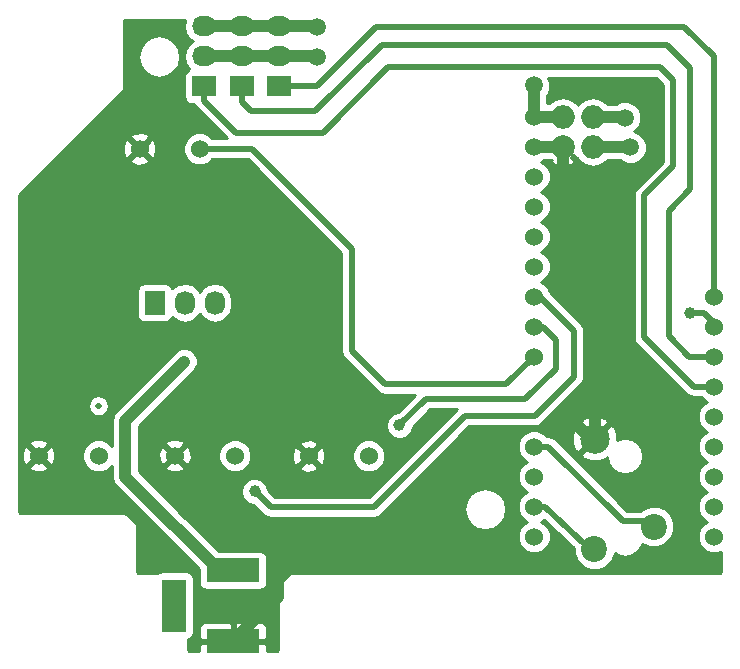
<source format=gbr>
G04 #@! TF.FileFunction,Copper,L1,Top,Signal*
%FSLAX46Y46*%
G04 Gerber Fmt 4.6, Leading zero omitted, Abs format (unit mm)*
G04 Created by KiCad (PCBNEW (after 2015-may-01 BZR unknown)-product) date 2015/07/22 23:00:10*
%MOMM*%
G01*
G04 APERTURE LIST*
%ADD10C,0.100000*%
%ADD11C,1.524000*%
%ADD12C,2.000000*%
%ADD13O,2.000000X2.000000*%
%ADD14R,2.000000X4.500000*%
%ADD15R,4.500000X2.000000*%
%ADD16R,1.727200X2.032000*%
%ADD17O,1.727200X2.032000*%
%ADD18C,2.200000*%
%ADD19C,2.500000*%
%ADD20R,2.032000X1.727200*%
%ADD21O,2.032000X1.727200*%
%ADD22C,1.000000*%
%ADD23C,1.500000*%
%ADD24C,0.500000*%
%ADD25C,1.000000*%
%ADD26C,0.254000*%
G04 APERTURE END LIST*
D10*
D11*
X140881100Y-89763600D03*
X140881100Y-92303600D03*
X140881100Y-94843600D03*
X140881100Y-97383600D03*
X140881100Y-99923600D03*
X140881100Y-102463600D03*
X140881100Y-125323600D03*
X140881100Y-122783600D03*
X140881100Y-120243600D03*
X140881100Y-117703600D03*
X140881100Y-110083600D03*
X140881100Y-107543600D03*
X140881100Y-105003600D03*
X156121100Y-105003600D03*
X156121100Y-107543600D03*
X156121100Y-110083600D03*
X156121100Y-112623600D03*
X156121100Y-115163600D03*
X156121100Y-117703600D03*
X156121100Y-120243600D03*
X156121100Y-122783600D03*
X156121100Y-125323600D03*
D12*
X143319500Y-92329000D03*
D13*
X143319500Y-89789000D03*
X145859500Y-92329000D03*
X145859500Y-89789000D03*
D14*
X110419740Y-131154320D03*
D15*
X115394740Y-134179320D03*
X115394740Y-128179320D03*
D16*
X108770420Y-105521760D03*
D17*
X111310420Y-105521760D03*
X113850420Y-105521760D03*
D18*
X151028400Y-124465080D03*
X145999200Y-126385320D03*
D19*
X146001100Y-117014100D03*
D20*
X119316500Y-87198200D03*
D21*
X119316500Y-84658200D03*
X119316500Y-82118200D03*
D20*
X116116100Y-87185500D03*
D21*
X116116100Y-84645500D03*
X116116100Y-82105500D03*
D20*
X112928400Y-87198200D03*
D21*
X112928400Y-84658200D03*
X112928400Y-82118200D03*
D11*
X98933000Y-118478300D03*
X104013000Y-118478300D03*
X110477300Y-118478300D03*
X115557300Y-118478300D03*
X121805700Y-118491000D03*
X126885700Y-118491000D03*
X107480100Y-92494100D03*
X112560100Y-92494100D03*
D22*
X143941800Y-115252500D03*
X115824000Y-123418600D03*
X105473500Y-121551700D03*
X111252000Y-110515400D03*
D23*
X140855700Y-87109300D03*
X149047200Y-92367100D03*
X122529600Y-82143600D03*
X122491500Y-84721700D03*
X148559520Y-89839800D03*
D22*
X154101800Y-106349800D03*
X117221000Y-121475500D03*
X129476500Y-115900200D03*
D24*
X103987600Y-114223800D02*
X104013000Y-114249200D01*
D25*
X146001100Y-117014100D02*
X145703400Y-117014100D01*
X145703400Y-117014100D02*
X143941800Y-115252500D01*
X115824000Y-123418600D02*
X119164100Y-126758700D01*
X119164100Y-126758700D02*
X119164100Y-127127000D01*
D24*
X143294100Y-92303600D02*
X143319500Y-92329000D01*
X121805700Y-118071900D02*
X121805700Y-118491000D01*
X146001100Y-117014100D02*
X146001100Y-117045100D01*
D25*
X146001100Y-102046400D02*
X146001100Y-117014100D01*
X143319500Y-99364800D02*
X146001100Y-102046400D01*
X143319500Y-92329000D02*
X143319500Y-99364800D01*
D24*
X98945700Y-118478300D02*
X98933000Y-118478300D01*
X121805700Y-118491000D02*
X121767600Y-118491000D01*
D25*
X119164100Y-130409960D02*
X115394740Y-134179320D01*
X119164100Y-127127000D02*
X119164100Y-130409960D01*
D24*
X110477300Y-118478300D02*
X110515400Y-118478300D01*
X110477300Y-118478300D02*
X110439200Y-118478300D01*
D25*
X106273600Y-116154200D02*
X106273600Y-120239280D01*
X106273600Y-120239280D02*
X114721640Y-128687320D01*
X106273600Y-115493800D02*
X106273600Y-116154200D01*
X111252000Y-110515400D02*
X106273600Y-115493800D01*
D24*
X143294100Y-89763600D02*
X143319500Y-89789000D01*
D25*
X140881100Y-89763600D02*
X143294100Y-89763600D01*
X140881100Y-89763600D02*
X140855700Y-87109300D01*
D24*
X142100300Y-117703600D02*
X148410800Y-124014100D01*
X148410800Y-124014100D02*
X151001100Y-124014100D01*
X140881100Y-117703600D02*
X142100300Y-117703600D01*
X141770600Y-122783600D02*
X145999200Y-126705360D01*
X140881100Y-122783600D02*
X141770600Y-122783600D01*
D25*
X140881100Y-92303600D02*
X143294100Y-92303600D01*
D24*
X122478800Y-87198200D02*
X127533400Y-82143600D01*
X127533400Y-82143600D02*
X153606500Y-82143600D01*
X153606500Y-82143600D02*
X156121100Y-84658200D01*
X156121100Y-84658200D02*
X156121100Y-105003600D01*
X119316500Y-87198200D02*
X122478800Y-87198200D01*
X156121100Y-110083600D02*
X154012900Y-110083600D01*
X116116100Y-88544400D02*
X116116100Y-87185500D01*
X152133300Y-83654900D02*
X154101800Y-85623400D01*
X127977900Y-83654900D02*
X152133300Y-83654900D01*
X122313700Y-89319100D02*
X127977900Y-83654900D01*
X116890800Y-89319100D02*
X122313700Y-89319100D01*
X116116100Y-88544400D02*
X116890800Y-89319100D01*
X154101800Y-95910400D02*
X154101800Y-85623400D01*
X152285700Y-97726500D02*
X154101800Y-95910400D01*
X152285700Y-108356400D02*
X152285700Y-97726500D01*
X154012900Y-110083600D02*
X152285700Y-108356400D01*
X156121100Y-112623600D02*
X154393900Y-112623600D01*
X112928400Y-88430100D02*
X112928400Y-87198200D01*
X151549100Y-85572600D02*
X152666700Y-86690200D01*
X128549400Y-85572600D02*
X151549100Y-85572600D01*
X123012200Y-91109800D02*
X128549400Y-85572600D01*
X115608100Y-91109800D02*
X123012200Y-91109800D01*
X112928400Y-88430100D02*
X115608100Y-91109800D01*
X152666700Y-93929200D02*
X152666700Y-86690200D01*
X150202900Y-96393000D02*
X152666700Y-93929200D01*
X150202900Y-108432600D02*
X150202900Y-96393000D01*
X154393900Y-112623600D02*
X150202900Y-108432600D01*
D25*
X112928400Y-82118200D02*
X119316500Y-82118200D01*
X149009100Y-92329000D02*
X145859500Y-92329000D01*
X149047200Y-92367100D02*
X149009100Y-92329000D01*
X122504200Y-82118200D02*
X122529600Y-82143600D01*
X119316500Y-82118200D02*
X122504200Y-82118200D01*
X145859500Y-89789000D02*
X148508720Y-89789000D01*
X122428000Y-84658200D02*
X119316500Y-84658200D01*
X122428000Y-84658200D02*
X122491500Y-84721700D01*
X148508720Y-89789000D02*
X148559520Y-89839800D01*
X112928400Y-84658200D02*
X119316500Y-84658200D01*
D24*
X156121100Y-107543600D02*
X156121100Y-107226100D01*
X156121100Y-107226100D02*
X155244800Y-106349800D01*
X155244800Y-106349800D02*
X154101800Y-106349800D01*
X156121100Y-107543600D02*
X156121100Y-107505500D01*
X117221000Y-121475500D02*
X118579900Y-122834400D01*
X118579900Y-122834400D02*
X119913400Y-122834400D01*
X127304800Y-122834400D02*
X119913400Y-122834400D01*
X135039100Y-115100100D02*
X127304800Y-122834400D01*
X140931900Y-115100100D02*
X135039100Y-115100100D01*
X144246600Y-111785400D02*
X140931900Y-115100100D01*
X144246600Y-107873800D02*
X144246600Y-111785400D01*
X144246600Y-107873800D02*
X141376400Y-105003600D01*
X140881100Y-105003600D02*
X141376400Y-105003600D01*
X142722600Y-108661200D02*
X141605000Y-107543600D01*
X142722600Y-108661200D02*
X142722600Y-111099600D01*
X142722600Y-111099600D02*
X140157200Y-113665000D01*
X140157200Y-113665000D02*
X131711700Y-113665000D01*
X129476500Y-115900200D02*
X131711700Y-113665000D01*
X140881100Y-107543600D02*
X141605000Y-107543600D01*
X116992400Y-92494100D02*
X125463300Y-100965000D01*
X125463300Y-100965000D02*
X125463300Y-109613700D01*
X125463300Y-109613700D02*
X128282700Y-112433100D01*
X128282700Y-112433100D02*
X138531600Y-112433100D01*
X138531600Y-112433100D02*
X140881100Y-110083600D01*
X112560100Y-92494100D02*
X116992400Y-92494100D01*
D26*
G36*
X156715700Y-128342664D02*
X156616964Y-128441400D01*
X152763701Y-128441400D01*
X152763701Y-124121481D01*
X152500119Y-123483565D01*
X152012482Y-122995076D01*
X151375027Y-122730381D01*
X150684801Y-122729779D01*
X150109200Y-122967612D01*
X150109200Y-118483700D01*
X149992355Y-117896281D01*
X149659609Y-117398291D01*
X149161619Y-117065545D01*
X148574200Y-116948700D01*
X147986781Y-117065545D01*
X147889899Y-117130278D01*
X147875350Y-116588665D01*
X147627223Y-115989633D01*
X147334420Y-115860385D01*
X147154815Y-116039990D01*
X147154815Y-115680780D01*
X147025567Y-115387977D01*
X146325294Y-115119712D01*
X145575665Y-115139850D01*
X144976633Y-115387977D01*
X144847385Y-115680780D01*
X146001100Y-116834495D01*
X147154815Y-115680780D01*
X147154815Y-116039990D01*
X146180705Y-117014100D01*
X146194847Y-117028242D01*
X146015242Y-117207847D01*
X146001100Y-117193705D01*
X145821495Y-117373310D01*
X145821495Y-117014100D01*
X144667780Y-115860385D01*
X144374977Y-115989633D01*
X144106712Y-116689906D01*
X144126850Y-117439535D01*
X144374977Y-118038567D01*
X144667780Y-118167815D01*
X145821495Y-117014100D01*
X145821495Y-117373310D01*
X144847385Y-118347420D01*
X144976633Y-118640223D01*
X145676906Y-118908488D01*
X146426535Y-118888350D01*
X147025567Y-118640223D01*
X147056427Y-118570309D01*
X147156045Y-119071119D01*
X147488791Y-119569109D01*
X147986781Y-119901855D01*
X148574200Y-120018700D01*
X149161619Y-119901855D01*
X149659609Y-119569109D01*
X149992355Y-119071119D01*
X150109200Y-118483700D01*
X150109200Y-122967612D01*
X150046885Y-122993361D01*
X149910908Y-123129100D01*
X148777379Y-123129100D01*
X142726090Y-117077810D01*
X142438975Y-116885967D01*
X142382784Y-116874789D01*
X142100300Y-116818599D01*
X142100294Y-116818600D01*
X141971578Y-116818600D01*
X141673470Y-116519971D01*
X141160200Y-116306843D01*
X140604439Y-116306358D01*
X140090797Y-116518590D01*
X139697471Y-116911230D01*
X139484343Y-117424500D01*
X139483858Y-117980261D01*
X139696090Y-118493903D01*
X140088730Y-118887229D01*
X140296612Y-118973549D01*
X140090797Y-119058590D01*
X139697471Y-119451230D01*
X139484343Y-119964500D01*
X139483858Y-120520261D01*
X139696090Y-121033903D01*
X140088730Y-121427229D01*
X140296612Y-121513549D01*
X140090797Y-121598590D01*
X139697471Y-121991230D01*
X139484343Y-122504500D01*
X139483858Y-123060261D01*
X139696090Y-123573903D01*
X140088730Y-123967229D01*
X140296612Y-124053549D01*
X140090797Y-124138590D01*
X139697471Y-124531230D01*
X139484343Y-125044500D01*
X139483858Y-125600261D01*
X139696090Y-126113903D01*
X140088730Y-126507229D01*
X140602000Y-126720357D01*
X141157761Y-126720842D01*
X141671403Y-126508610D01*
X142064729Y-126115970D01*
X142277857Y-125602700D01*
X142278342Y-125046939D01*
X142066110Y-124533297D01*
X141673470Y-124139971D01*
X141465587Y-124053650D01*
X141671403Y-123968610D01*
X141707745Y-123932330D01*
X144264270Y-126303345D01*
X144263899Y-126728919D01*
X144527481Y-127366835D01*
X145015118Y-127855324D01*
X145652573Y-128120019D01*
X146342799Y-128120621D01*
X146980715Y-127857039D01*
X147469204Y-127369402D01*
X147733594Y-126732681D01*
X147986781Y-126901855D01*
X148574200Y-127018700D01*
X149161619Y-126901855D01*
X149659609Y-126569109D01*
X149992355Y-126071119D01*
X150023551Y-125914281D01*
X150044318Y-125935084D01*
X150681773Y-126199779D01*
X151371999Y-126200381D01*
X152009915Y-125936799D01*
X152498404Y-125449162D01*
X152763099Y-124811707D01*
X152763701Y-124121481D01*
X152763701Y-128441400D01*
X138545700Y-128441400D01*
X138545700Y-122996400D01*
X138409825Y-122313310D01*
X138022886Y-121734214D01*
X137443790Y-121347275D01*
X136760700Y-121211400D01*
X136077610Y-121347275D01*
X135498514Y-121734214D01*
X135111575Y-122313310D01*
X134975700Y-122996400D01*
X135111575Y-123679490D01*
X135498514Y-124258586D01*
X136077610Y-124645525D01*
X136760700Y-124781400D01*
X137443790Y-124645525D01*
X138022886Y-124258586D01*
X138409825Y-123679490D01*
X138545700Y-122996400D01*
X138545700Y-128441400D01*
X120410700Y-128441400D01*
X120148562Y-128493543D01*
X119926332Y-128642032D01*
X119426332Y-129142032D01*
X119277843Y-129364262D01*
X119225700Y-129626400D01*
X119225700Y-134912664D01*
X119126964Y-135011400D01*
X118292180Y-135011400D01*
X118292180Y-129179320D01*
X118292180Y-127179320D01*
X118245203Y-126937197D01*
X118105413Y-126724393D01*
X117894380Y-126581943D01*
X117644740Y-126531880D01*
X114171332Y-126531880D01*
X111886444Y-124246992D01*
X111886444Y-118685998D01*
X111858662Y-118130932D01*
X111699697Y-117747157D01*
X111457513Y-117677692D01*
X111277908Y-117857297D01*
X111277908Y-117498087D01*
X111208443Y-117255903D01*
X110684998Y-117069156D01*
X110129932Y-117096938D01*
X109746157Y-117255903D01*
X109676692Y-117498087D01*
X110477300Y-118298695D01*
X111277908Y-117498087D01*
X111277908Y-117857297D01*
X110656905Y-118478300D01*
X111457513Y-119278908D01*
X111699697Y-119209443D01*
X111886444Y-118685998D01*
X111886444Y-124246992D01*
X111277908Y-123638456D01*
X111277908Y-119458513D01*
X110477300Y-118657905D01*
X110297695Y-118837510D01*
X110297695Y-118478300D01*
X109497087Y-117677692D01*
X109254903Y-117747157D01*
X109068156Y-118270602D01*
X109095938Y-118825668D01*
X109254903Y-119209443D01*
X109497087Y-119278908D01*
X110297695Y-118478300D01*
X110297695Y-118837510D01*
X109676692Y-119458513D01*
X109746157Y-119700697D01*
X110269602Y-119887444D01*
X110824668Y-119859662D01*
X111208443Y-119700697D01*
X111277908Y-119458513D01*
X111277908Y-123638456D01*
X107408600Y-119769148D01*
X107408600Y-116154200D01*
X107408600Y-115963932D01*
X112054152Y-111318379D01*
X112054566Y-111317966D01*
X112213645Y-111159165D01*
X112300603Y-110949745D01*
X112386803Y-110742156D01*
X112387000Y-110515400D01*
X112387197Y-110290625D01*
X112214767Y-109873314D01*
X112054566Y-109712834D01*
X111895765Y-109553755D01*
X111478756Y-109380597D01*
X111027225Y-109380203D01*
X110609914Y-109552633D01*
X110290355Y-109871635D01*
X110290157Y-109872110D01*
X105471034Y-114691234D01*
X105224997Y-115059454D01*
X105138600Y-115493800D01*
X105138600Y-116154200D01*
X105138600Y-117628483D01*
X104898001Y-117387463D01*
X104898001Y-114249200D01*
X104830633Y-113910526D01*
X104638789Y-113623410D01*
X104613390Y-113598010D01*
X104326274Y-113406167D01*
X103987600Y-113338799D01*
X103648926Y-113406167D01*
X103361810Y-113598010D01*
X103169967Y-113885126D01*
X103102599Y-114223800D01*
X103169967Y-114562474D01*
X103361810Y-114849590D01*
X103387210Y-114874989D01*
X103674326Y-115066833D01*
X104013000Y-115134201D01*
X104351674Y-115066833D01*
X104638789Y-114874989D01*
X104830633Y-114587874D01*
X104898001Y-114249200D01*
X104898001Y-117387463D01*
X104805370Y-117294671D01*
X104292100Y-117081543D01*
X103736339Y-117081058D01*
X103222697Y-117293290D01*
X102829371Y-117685930D01*
X102616243Y-118199200D01*
X102615758Y-118754961D01*
X102827990Y-119268603D01*
X103220630Y-119661929D01*
X103733900Y-119875057D01*
X104289661Y-119875542D01*
X104803303Y-119663310D01*
X105138600Y-119328597D01*
X105138600Y-120239280D01*
X105224997Y-120673626D01*
X105471034Y-121041846D01*
X112497300Y-128068112D01*
X112497300Y-129179320D01*
X112544277Y-129421443D01*
X112684067Y-129634247D01*
X112895100Y-129776697D01*
X113144740Y-129826760D01*
X117644740Y-129826760D01*
X117886863Y-129779783D01*
X118099667Y-129639993D01*
X118242117Y-129428960D01*
X118292180Y-129179320D01*
X118292180Y-135011400D01*
X118279740Y-135011400D01*
X118279740Y-134465070D01*
X118279740Y-133893570D01*
X118279740Y-133053011D01*
X118183067Y-132819622D01*
X118004439Y-132640993D01*
X117771050Y-132544320D01*
X117518431Y-132544320D01*
X115680490Y-132544320D01*
X115521740Y-132703070D01*
X115521740Y-134052320D01*
X118120990Y-134052320D01*
X118279740Y-133893570D01*
X118279740Y-134465070D01*
X118120990Y-134306320D01*
X115521740Y-134306320D01*
X115521740Y-134326320D01*
X115267740Y-134326320D01*
X115267740Y-134306320D01*
X115267740Y-134052320D01*
X115267740Y-132703070D01*
X115108990Y-132544320D01*
X113271049Y-132544320D01*
X113018430Y-132544320D01*
X112785041Y-132640993D01*
X112606413Y-132819622D01*
X112509740Y-133053011D01*
X112509740Y-133893570D01*
X112668490Y-134052320D01*
X115267740Y-134052320D01*
X115267740Y-134306320D01*
X112668490Y-134306320D01*
X112509740Y-134465070D01*
X112509740Y-135011400D01*
X111694436Y-135011400D01*
X111595700Y-134912664D01*
X111595700Y-134017620D01*
X111661863Y-134004783D01*
X111874667Y-133864993D01*
X112017117Y-133653960D01*
X112067180Y-133404320D01*
X112067180Y-128904320D01*
X112020203Y-128662197D01*
X111880413Y-128449393D01*
X111669380Y-128306943D01*
X111419740Y-128256880D01*
X109419740Y-128256880D01*
X109177617Y-128303857D01*
X108968233Y-128441400D01*
X107384436Y-128441400D01*
X107285700Y-128342664D01*
X107285700Y-124546400D01*
X107233557Y-124284262D01*
X107085068Y-124062032D01*
X106585068Y-123562032D01*
X106362838Y-123413543D01*
X106100700Y-123361400D01*
X100342144Y-123361400D01*
X100342144Y-118685998D01*
X100314362Y-118130932D01*
X100155397Y-117747157D01*
X99913213Y-117677692D01*
X99733608Y-117857297D01*
X99733608Y-117498087D01*
X99664143Y-117255903D01*
X99140698Y-117069156D01*
X98585632Y-117096938D01*
X98201857Y-117255903D01*
X98132392Y-117498087D01*
X98933000Y-118298695D01*
X99733608Y-117498087D01*
X99733608Y-117857297D01*
X99112605Y-118478300D01*
X99913213Y-119278908D01*
X100155397Y-119209443D01*
X100342144Y-118685998D01*
X100342144Y-123361400D01*
X99733608Y-123361400D01*
X99733608Y-119458513D01*
X98933000Y-118657905D01*
X98753395Y-118837510D01*
X98753395Y-118478300D01*
X97952787Y-117677692D01*
X97710603Y-117747157D01*
X97523856Y-118270602D01*
X97551638Y-118825668D01*
X97710603Y-119209443D01*
X97952787Y-119278908D01*
X98753395Y-118478300D01*
X98753395Y-118837510D01*
X98132392Y-119458513D01*
X98201857Y-119700697D01*
X98725302Y-119887444D01*
X99280368Y-119859662D01*
X99664143Y-119700697D01*
X99733608Y-119458513D01*
X99733608Y-123361400D01*
X97384436Y-123361400D01*
X97285700Y-123262664D01*
X97285700Y-96390136D01*
X105975068Y-87700768D01*
X106123557Y-87478538D01*
X106175700Y-87216400D01*
X106175700Y-81550980D01*
X111357882Y-81550980D01*
X111245055Y-82118200D01*
X111359129Y-82691689D01*
X111683985Y-83177870D01*
X111998765Y-83388200D01*
X111683985Y-83598530D01*
X111359129Y-84084711D01*
X111245055Y-84658200D01*
X111359129Y-85231689D01*
X111683985Y-85717870D01*
X111699767Y-85728415D01*
X111670277Y-85734137D01*
X111457473Y-85873927D01*
X111315023Y-86084960D01*
X111264960Y-86334600D01*
X111264960Y-88061800D01*
X111311937Y-88303923D01*
X111451727Y-88516727D01*
X111662760Y-88659177D01*
X111912400Y-88709240D01*
X112098924Y-88709240D01*
X112099589Y-88712584D01*
X112110767Y-88768775D01*
X112302610Y-89055890D01*
X114855820Y-91609100D01*
X113650578Y-91609100D01*
X113352470Y-91310471D01*
X112839200Y-91097343D01*
X112283439Y-91096858D01*
X111769797Y-91309090D01*
X111376471Y-91701730D01*
X111163343Y-92215000D01*
X111162858Y-92770761D01*
X111375090Y-93284403D01*
X111767730Y-93677729D01*
X112281000Y-93890857D01*
X112836761Y-93891342D01*
X113350403Y-93679110D01*
X113650937Y-93379100D01*
X116625820Y-93379100D01*
X124578300Y-101331579D01*
X124578300Y-109613694D01*
X124578299Y-109613700D01*
X124634489Y-109896184D01*
X124645667Y-109952375D01*
X124837510Y-110239490D01*
X127656907Y-113058886D01*
X127656910Y-113058890D01*
X127656911Y-113058890D01*
X127944025Y-113250733D01*
X127944026Y-113250733D01*
X128000215Y-113261910D01*
X128282700Y-113318101D01*
X128282700Y-113318100D01*
X128282705Y-113318100D01*
X130807020Y-113318100D01*
X129360022Y-114765097D01*
X129251725Y-114765003D01*
X128834414Y-114937433D01*
X128514855Y-115256435D01*
X128341697Y-115673444D01*
X128341303Y-116124975D01*
X128513733Y-116542286D01*
X128832735Y-116861845D01*
X129249744Y-117035003D01*
X129701275Y-117035397D01*
X130118586Y-116862967D01*
X130438145Y-116543965D01*
X130611303Y-116126956D01*
X130611399Y-116016880D01*
X132078279Y-114550000D01*
X134337620Y-114550000D01*
X128282942Y-120604678D01*
X128282942Y-118214339D01*
X128070710Y-117700697D01*
X127678070Y-117307371D01*
X127164800Y-117094243D01*
X126609039Y-117093758D01*
X126095397Y-117305990D01*
X125702071Y-117698630D01*
X125488943Y-118211900D01*
X125488458Y-118767661D01*
X125700690Y-119281303D01*
X126093330Y-119674629D01*
X126606600Y-119887757D01*
X127162361Y-119888242D01*
X127676003Y-119676010D01*
X128069329Y-119283370D01*
X128282457Y-118770100D01*
X128282942Y-118214339D01*
X128282942Y-120604678D01*
X126938220Y-121949400D01*
X123214844Y-121949400D01*
X123214844Y-118698698D01*
X123187062Y-118143632D01*
X123028097Y-117759857D01*
X122785913Y-117690392D01*
X122606308Y-117869997D01*
X122606308Y-117510787D01*
X122536843Y-117268603D01*
X122013398Y-117081856D01*
X121458332Y-117109638D01*
X121074557Y-117268603D01*
X121005092Y-117510787D01*
X121805700Y-118311395D01*
X122606308Y-117510787D01*
X122606308Y-117869997D01*
X121985305Y-118491000D01*
X122785913Y-119291608D01*
X123028097Y-119222143D01*
X123214844Y-118698698D01*
X123214844Y-121949400D01*
X122606308Y-121949400D01*
X122606308Y-119471213D01*
X121805700Y-118670605D01*
X121626095Y-118850210D01*
X121626095Y-118491000D01*
X120825487Y-117690392D01*
X120583303Y-117759857D01*
X120396556Y-118283302D01*
X120424338Y-118838368D01*
X120583303Y-119222143D01*
X120825487Y-119291608D01*
X121626095Y-118491000D01*
X121626095Y-118850210D01*
X121005092Y-119471213D01*
X121074557Y-119713397D01*
X121598002Y-119900144D01*
X122153068Y-119872362D01*
X122536843Y-119713397D01*
X122606308Y-119471213D01*
X122606308Y-121949400D01*
X119913400Y-121949400D01*
X118946479Y-121949400D01*
X118356102Y-121359022D01*
X118356197Y-121250725D01*
X118183767Y-120833414D01*
X117864765Y-120513855D01*
X117447756Y-120340697D01*
X116996225Y-120340303D01*
X116954542Y-120357526D01*
X116954542Y-118201639D01*
X116742310Y-117687997D01*
X116349670Y-117294671D01*
X115836400Y-117081543D01*
X115349020Y-117081117D01*
X115349020Y-105706505D01*
X115349020Y-105337015D01*
X115234946Y-104763526D01*
X114910090Y-104277345D01*
X114423909Y-103952489D01*
X113850420Y-103838415D01*
X113276931Y-103952489D01*
X112790750Y-104277345D01*
X112580420Y-104592125D01*
X112370090Y-104277345D01*
X111883909Y-103952489D01*
X111310420Y-103838415D01*
X110925700Y-103914940D01*
X110925700Y-84676400D01*
X110789825Y-83993310D01*
X110402886Y-83414214D01*
X109823790Y-83027275D01*
X109140700Y-82891400D01*
X108457610Y-83027275D01*
X107878514Y-83414214D01*
X107491575Y-83993310D01*
X107355700Y-84676400D01*
X107491575Y-85359490D01*
X107878514Y-85938586D01*
X108457610Y-86325525D01*
X109140700Y-86461400D01*
X109823790Y-86325525D01*
X110402886Y-85938586D01*
X110789825Y-85359490D01*
X110925700Y-84676400D01*
X110925700Y-103914940D01*
X110736931Y-103952489D01*
X110250750Y-104277345D01*
X110240204Y-104293127D01*
X110234483Y-104263637D01*
X110094693Y-104050833D01*
X109883660Y-103908383D01*
X109634020Y-103858320D01*
X108889244Y-103858320D01*
X108889244Y-92701798D01*
X108861462Y-92146732D01*
X108702497Y-91762957D01*
X108460313Y-91693492D01*
X108280708Y-91873097D01*
X108280708Y-91513887D01*
X108211243Y-91271703D01*
X107687798Y-91084956D01*
X107132732Y-91112738D01*
X106748957Y-91271703D01*
X106679492Y-91513887D01*
X107480100Y-92314495D01*
X108280708Y-91513887D01*
X108280708Y-91873097D01*
X107659705Y-92494100D01*
X108460313Y-93294708D01*
X108702497Y-93225243D01*
X108889244Y-92701798D01*
X108889244Y-103858320D01*
X108280708Y-103858320D01*
X108280708Y-93474313D01*
X107480100Y-92673705D01*
X107300495Y-92853310D01*
X107300495Y-92494100D01*
X106499887Y-91693492D01*
X106257703Y-91762957D01*
X106070956Y-92286402D01*
X106098738Y-92841468D01*
X106257703Y-93225243D01*
X106499887Y-93294708D01*
X107300495Y-92494100D01*
X107300495Y-92853310D01*
X106679492Y-93474313D01*
X106748957Y-93716497D01*
X107272402Y-93903244D01*
X107827468Y-93875462D01*
X108211243Y-93716497D01*
X108280708Y-93474313D01*
X108280708Y-103858320D01*
X107906820Y-103858320D01*
X107664697Y-103905297D01*
X107451893Y-104045087D01*
X107309443Y-104256120D01*
X107259380Y-104505760D01*
X107259380Y-106537760D01*
X107306357Y-106779883D01*
X107446147Y-106992687D01*
X107657180Y-107135137D01*
X107906820Y-107185200D01*
X109634020Y-107185200D01*
X109876143Y-107138223D01*
X110088947Y-106998433D01*
X110231397Y-106787400D01*
X110239138Y-106748797D01*
X110250750Y-106766175D01*
X110736931Y-107091031D01*
X111310420Y-107205105D01*
X111883909Y-107091031D01*
X112370090Y-106766175D01*
X112580420Y-106451394D01*
X112790750Y-106766175D01*
X113276931Y-107091031D01*
X113850420Y-107205105D01*
X114423909Y-107091031D01*
X114910090Y-106766175D01*
X115234946Y-106279994D01*
X115349020Y-105706505D01*
X115349020Y-117081117D01*
X115280639Y-117081058D01*
X114766997Y-117293290D01*
X114373671Y-117685930D01*
X114160543Y-118199200D01*
X114160058Y-118754961D01*
X114372290Y-119268603D01*
X114764930Y-119661929D01*
X115278200Y-119875057D01*
X115833961Y-119875542D01*
X116347603Y-119663310D01*
X116740929Y-119270670D01*
X116954057Y-118757400D01*
X116954542Y-118201639D01*
X116954542Y-120357526D01*
X116578914Y-120512733D01*
X116259355Y-120831735D01*
X116086197Y-121248744D01*
X116085803Y-121700275D01*
X116258233Y-122117586D01*
X116577235Y-122437145D01*
X116994244Y-122610303D01*
X117104319Y-122610399D01*
X117954107Y-123460186D01*
X117954110Y-123460190D01*
X117954111Y-123460190D01*
X118241225Y-123652033D01*
X118241226Y-123652033D01*
X118297415Y-123663210D01*
X118579900Y-123719401D01*
X118579900Y-123719400D01*
X118579905Y-123719400D01*
X119913400Y-123719400D01*
X127304794Y-123719400D01*
X127304800Y-123719401D01*
X127304800Y-123719400D01*
X127587284Y-123663210D01*
X127643474Y-123652033D01*
X127643475Y-123652033D01*
X127930590Y-123460190D01*
X135405679Y-115985100D01*
X140931894Y-115985100D01*
X140931900Y-115985101D01*
X140931900Y-115985100D01*
X141214384Y-115928910D01*
X141270574Y-115917733D01*
X141270575Y-115917733D01*
X141557690Y-115725890D01*
X144872386Y-112411192D01*
X144872390Y-112411190D01*
X144872390Y-112411189D01*
X145064233Y-112124075D01*
X145064233Y-112124074D01*
X145075410Y-112067884D01*
X145131600Y-111785400D01*
X145131601Y-111785400D01*
X145131600Y-111785394D01*
X145131600Y-107873805D01*
X145131600Y-107873800D01*
X145131601Y-107873800D01*
X145075410Y-107591315D01*
X145064233Y-107535126D01*
X145064233Y-107535125D01*
X144872390Y-107248011D01*
X144872390Y-107248010D01*
X144872386Y-107248007D01*
X142226956Y-104602576D01*
X142066110Y-104213297D01*
X141673470Y-103819971D01*
X141465587Y-103733650D01*
X141671403Y-103648610D01*
X142064729Y-103255970D01*
X142277857Y-102742700D01*
X142278342Y-102186939D01*
X142066110Y-101673297D01*
X141673470Y-101279971D01*
X141465587Y-101193650D01*
X141671403Y-101108610D01*
X142064729Y-100715970D01*
X142277857Y-100202700D01*
X142278342Y-99646939D01*
X142066110Y-99133297D01*
X141673470Y-98739971D01*
X141465587Y-98653650D01*
X141671403Y-98568610D01*
X142064729Y-98175970D01*
X142277857Y-97662700D01*
X142278342Y-97106939D01*
X142066110Y-96593297D01*
X141673470Y-96199971D01*
X141465587Y-96113650D01*
X141671403Y-96028610D01*
X142064729Y-95635970D01*
X142277857Y-95122700D01*
X142278342Y-94566939D01*
X142066110Y-94053297D01*
X141673470Y-93659971D01*
X141465587Y-93573650D01*
X141671403Y-93488610D01*
X141721500Y-93438600D01*
X142389505Y-93438600D01*
X142346573Y-93481532D01*
X142445236Y-93748387D01*
X143054961Y-93974908D01*
X143704960Y-93950856D01*
X144193764Y-93748387D01*
X144292427Y-93481532D01*
X143989000Y-93178105D01*
X144096666Y-93106166D01*
X144168605Y-92998500D01*
X144472032Y-93301927D01*
X144542229Y-93275973D01*
X144703380Y-93517152D01*
X145233813Y-93871575D01*
X145859500Y-93996032D01*
X146485187Y-93871575D01*
X147015620Y-93517152D01*
X147051134Y-93464000D01*
X148185208Y-93464000D01*
X148261636Y-93540561D01*
X148770498Y-93751859D01*
X149321485Y-93752340D01*
X149830715Y-93541931D01*
X150220661Y-93152664D01*
X150431959Y-92643802D01*
X150432440Y-92092815D01*
X150222031Y-91583585D01*
X149832764Y-91193639D01*
X149360258Y-90997437D01*
X149732981Y-90625364D01*
X149944279Y-90116502D01*
X149944760Y-89565515D01*
X149734351Y-89056285D01*
X149345084Y-88666339D01*
X148836222Y-88455041D01*
X148285235Y-88454560D01*
X147802552Y-88654000D01*
X147051134Y-88654000D01*
X147015620Y-88600848D01*
X146485187Y-88246425D01*
X145859500Y-88121968D01*
X145233813Y-88246425D01*
X144703380Y-88600848D01*
X144589500Y-88771281D01*
X144475620Y-88600848D01*
X143945187Y-88246425D01*
X143319500Y-88121968D01*
X142693813Y-88246425D01*
X142163380Y-88600848D01*
X142144836Y-88628600D01*
X142005290Y-88628600D01*
X141998561Y-87925410D01*
X142029161Y-87894864D01*
X142240459Y-87386002D01*
X142240940Y-86835015D01*
X142084995Y-86457600D01*
X151182520Y-86457600D01*
X151781700Y-87056779D01*
X151781700Y-93562620D01*
X149577110Y-95767210D01*
X149385267Y-96054325D01*
X149374089Y-96110515D01*
X149317899Y-96393000D01*
X149317900Y-96393005D01*
X149317900Y-108432594D01*
X149317899Y-108432600D01*
X149374089Y-108715084D01*
X149385267Y-108771275D01*
X149577110Y-109058390D01*
X153768107Y-113249386D01*
X153768110Y-113249390D01*
X154055225Y-113441233D01*
X154055226Y-113441233D01*
X154111415Y-113452410D01*
X154393900Y-113508601D01*
X154393900Y-113508600D01*
X154393905Y-113508600D01*
X155030621Y-113508600D01*
X155328730Y-113807229D01*
X155536612Y-113893549D01*
X155330797Y-113978590D01*
X154937471Y-114371230D01*
X154724343Y-114884500D01*
X154723858Y-115440261D01*
X154936090Y-115953903D01*
X155328730Y-116347229D01*
X155536612Y-116433549D01*
X155330797Y-116518590D01*
X154937471Y-116911230D01*
X154724343Y-117424500D01*
X154723858Y-117980261D01*
X154936090Y-118493903D01*
X155328730Y-118887229D01*
X155536612Y-118973549D01*
X155330797Y-119058590D01*
X154937471Y-119451230D01*
X154724343Y-119964500D01*
X154723858Y-120520261D01*
X154936090Y-121033903D01*
X155328730Y-121427229D01*
X155536612Y-121513549D01*
X155330797Y-121598590D01*
X154937471Y-121991230D01*
X154724343Y-122504500D01*
X154723858Y-123060261D01*
X154936090Y-123573903D01*
X155328730Y-123967229D01*
X155536612Y-124053549D01*
X155330797Y-124138590D01*
X154937471Y-124531230D01*
X154724343Y-125044500D01*
X154723858Y-125600261D01*
X154936090Y-126113903D01*
X155328730Y-126507229D01*
X155842000Y-126720357D01*
X156397761Y-126720842D01*
X156715700Y-126589472D01*
X156715700Y-128342664D01*
X156715700Y-128342664D01*
G37*
X156715700Y-128342664D02*
X156616964Y-128441400D01*
X152763701Y-128441400D01*
X152763701Y-124121481D01*
X152500119Y-123483565D01*
X152012482Y-122995076D01*
X151375027Y-122730381D01*
X150684801Y-122729779D01*
X150109200Y-122967612D01*
X150109200Y-118483700D01*
X149992355Y-117896281D01*
X149659609Y-117398291D01*
X149161619Y-117065545D01*
X148574200Y-116948700D01*
X147986781Y-117065545D01*
X147889899Y-117130278D01*
X147875350Y-116588665D01*
X147627223Y-115989633D01*
X147334420Y-115860385D01*
X147154815Y-116039990D01*
X147154815Y-115680780D01*
X147025567Y-115387977D01*
X146325294Y-115119712D01*
X145575665Y-115139850D01*
X144976633Y-115387977D01*
X144847385Y-115680780D01*
X146001100Y-116834495D01*
X147154815Y-115680780D01*
X147154815Y-116039990D01*
X146180705Y-117014100D01*
X146194847Y-117028242D01*
X146015242Y-117207847D01*
X146001100Y-117193705D01*
X145821495Y-117373310D01*
X145821495Y-117014100D01*
X144667780Y-115860385D01*
X144374977Y-115989633D01*
X144106712Y-116689906D01*
X144126850Y-117439535D01*
X144374977Y-118038567D01*
X144667780Y-118167815D01*
X145821495Y-117014100D01*
X145821495Y-117373310D01*
X144847385Y-118347420D01*
X144976633Y-118640223D01*
X145676906Y-118908488D01*
X146426535Y-118888350D01*
X147025567Y-118640223D01*
X147056427Y-118570309D01*
X147156045Y-119071119D01*
X147488791Y-119569109D01*
X147986781Y-119901855D01*
X148574200Y-120018700D01*
X149161619Y-119901855D01*
X149659609Y-119569109D01*
X149992355Y-119071119D01*
X150109200Y-118483700D01*
X150109200Y-122967612D01*
X150046885Y-122993361D01*
X149910908Y-123129100D01*
X148777379Y-123129100D01*
X142726090Y-117077810D01*
X142438975Y-116885967D01*
X142382784Y-116874789D01*
X142100300Y-116818599D01*
X142100294Y-116818600D01*
X141971578Y-116818600D01*
X141673470Y-116519971D01*
X141160200Y-116306843D01*
X140604439Y-116306358D01*
X140090797Y-116518590D01*
X139697471Y-116911230D01*
X139484343Y-117424500D01*
X139483858Y-117980261D01*
X139696090Y-118493903D01*
X140088730Y-118887229D01*
X140296612Y-118973549D01*
X140090797Y-119058590D01*
X139697471Y-119451230D01*
X139484343Y-119964500D01*
X139483858Y-120520261D01*
X139696090Y-121033903D01*
X140088730Y-121427229D01*
X140296612Y-121513549D01*
X140090797Y-121598590D01*
X139697471Y-121991230D01*
X139484343Y-122504500D01*
X139483858Y-123060261D01*
X139696090Y-123573903D01*
X140088730Y-123967229D01*
X140296612Y-124053549D01*
X140090797Y-124138590D01*
X139697471Y-124531230D01*
X139484343Y-125044500D01*
X139483858Y-125600261D01*
X139696090Y-126113903D01*
X140088730Y-126507229D01*
X140602000Y-126720357D01*
X141157761Y-126720842D01*
X141671403Y-126508610D01*
X142064729Y-126115970D01*
X142277857Y-125602700D01*
X142278342Y-125046939D01*
X142066110Y-124533297D01*
X141673470Y-124139971D01*
X141465587Y-124053650D01*
X141671403Y-123968610D01*
X141707745Y-123932330D01*
X144264270Y-126303345D01*
X144263899Y-126728919D01*
X144527481Y-127366835D01*
X145015118Y-127855324D01*
X145652573Y-128120019D01*
X146342799Y-128120621D01*
X146980715Y-127857039D01*
X147469204Y-127369402D01*
X147733594Y-126732681D01*
X147986781Y-126901855D01*
X148574200Y-127018700D01*
X149161619Y-126901855D01*
X149659609Y-126569109D01*
X149992355Y-126071119D01*
X150023551Y-125914281D01*
X150044318Y-125935084D01*
X150681773Y-126199779D01*
X151371999Y-126200381D01*
X152009915Y-125936799D01*
X152498404Y-125449162D01*
X152763099Y-124811707D01*
X152763701Y-124121481D01*
X152763701Y-128441400D01*
X138545700Y-128441400D01*
X138545700Y-122996400D01*
X138409825Y-122313310D01*
X138022886Y-121734214D01*
X137443790Y-121347275D01*
X136760700Y-121211400D01*
X136077610Y-121347275D01*
X135498514Y-121734214D01*
X135111575Y-122313310D01*
X134975700Y-122996400D01*
X135111575Y-123679490D01*
X135498514Y-124258586D01*
X136077610Y-124645525D01*
X136760700Y-124781400D01*
X137443790Y-124645525D01*
X138022886Y-124258586D01*
X138409825Y-123679490D01*
X138545700Y-122996400D01*
X138545700Y-128441400D01*
X120410700Y-128441400D01*
X120148562Y-128493543D01*
X119926332Y-128642032D01*
X119426332Y-129142032D01*
X119277843Y-129364262D01*
X119225700Y-129626400D01*
X119225700Y-134912664D01*
X119126964Y-135011400D01*
X118292180Y-135011400D01*
X118292180Y-129179320D01*
X118292180Y-127179320D01*
X118245203Y-126937197D01*
X118105413Y-126724393D01*
X117894380Y-126581943D01*
X117644740Y-126531880D01*
X114171332Y-126531880D01*
X111886444Y-124246992D01*
X111886444Y-118685998D01*
X111858662Y-118130932D01*
X111699697Y-117747157D01*
X111457513Y-117677692D01*
X111277908Y-117857297D01*
X111277908Y-117498087D01*
X111208443Y-117255903D01*
X110684998Y-117069156D01*
X110129932Y-117096938D01*
X109746157Y-117255903D01*
X109676692Y-117498087D01*
X110477300Y-118298695D01*
X111277908Y-117498087D01*
X111277908Y-117857297D01*
X110656905Y-118478300D01*
X111457513Y-119278908D01*
X111699697Y-119209443D01*
X111886444Y-118685998D01*
X111886444Y-124246992D01*
X111277908Y-123638456D01*
X111277908Y-119458513D01*
X110477300Y-118657905D01*
X110297695Y-118837510D01*
X110297695Y-118478300D01*
X109497087Y-117677692D01*
X109254903Y-117747157D01*
X109068156Y-118270602D01*
X109095938Y-118825668D01*
X109254903Y-119209443D01*
X109497087Y-119278908D01*
X110297695Y-118478300D01*
X110297695Y-118837510D01*
X109676692Y-119458513D01*
X109746157Y-119700697D01*
X110269602Y-119887444D01*
X110824668Y-119859662D01*
X111208443Y-119700697D01*
X111277908Y-119458513D01*
X111277908Y-123638456D01*
X107408600Y-119769148D01*
X107408600Y-116154200D01*
X107408600Y-115963932D01*
X112054152Y-111318379D01*
X112054566Y-111317966D01*
X112213645Y-111159165D01*
X112300603Y-110949745D01*
X112386803Y-110742156D01*
X112387000Y-110515400D01*
X112387197Y-110290625D01*
X112214767Y-109873314D01*
X112054566Y-109712834D01*
X111895765Y-109553755D01*
X111478756Y-109380597D01*
X111027225Y-109380203D01*
X110609914Y-109552633D01*
X110290355Y-109871635D01*
X110290157Y-109872110D01*
X105471034Y-114691234D01*
X105224997Y-115059454D01*
X105138600Y-115493800D01*
X105138600Y-116154200D01*
X105138600Y-117628483D01*
X104898001Y-117387463D01*
X104898001Y-114249200D01*
X104830633Y-113910526D01*
X104638789Y-113623410D01*
X104613390Y-113598010D01*
X104326274Y-113406167D01*
X103987600Y-113338799D01*
X103648926Y-113406167D01*
X103361810Y-113598010D01*
X103169967Y-113885126D01*
X103102599Y-114223800D01*
X103169967Y-114562474D01*
X103361810Y-114849590D01*
X103387210Y-114874989D01*
X103674326Y-115066833D01*
X104013000Y-115134201D01*
X104351674Y-115066833D01*
X104638789Y-114874989D01*
X104830633Y-114587874D01*
X104898001Y-114249200D01*
X104898001Y-117387463D01*
X104805370Y-117294671D01*
X104292100Y-117081543D01*
X103736339Y-117081058D01*
X103222697Y-117293290D01*
X102829371Y-117685930D01*
X102616243Y-118199200D01*
X102615758Y-118754961D01*
X102827990Y-119268603D01*
X103220630Y-119661929D01*
X103733900Y-119875057D01*
X104289661Y-119875542D01*
X104803303Y-119663310D01*
X105138600Y-119328597D01*
X105138600Y-120239280D01*
X105224997Y-120673626D01*
X105471034Y-121041846D01*
X112497300Y-128068112D01*
X112497300Y-129179320D01*
X112544277Y-129421443D01*
X112684067Y-129634247D01*
X112895100Y-129776697D01*
X113144740Y-129826760D01*
X117644740Y-129826760D01*
X117886863Y-129779783D01*
X118099667Y-129639993D01*
X118242117Y-129428960D01*
X118292180Y-129179320D01*
X118292180Y-135011400D01*
X118279740Y-135011400D01*
X118279740Y-134465070D01*
X118279740Y-133893570D01*
X118279740Y-133053011D01*
X118183067Y-132819622D01*
X118004439Y-132640993D01*
X117771050Y-132544320D01*
X117518431Y-132544320D01*
X115680490Y-132544320D01*
X115521740Y-132703070D01*
X115521740Y-134052320D01*
X118120990Y-134052320D01*
X118279740Y-133893570D01*
X118279740Y-134465070D01*
X118120990Y-134306320D01*
X115521740Y-134306320D01*
X115521740Y-134326320D01*
X115267740Y-134326320D01*
X115267740Y-134306320D01*
X115267740Y-134052320D01*
X115267740Y-132703070D01*
X115108990Y-132544320D01*
X113271049Y-132544320D01*
X113018430Y-132544320D01*
X112785041Y-132640993D01*
X112606413Y-132819622D01*
X112509740Y-133053011D01*
X112509740Y-133893570D01*
X112668490Y-134052320D01*
X115267740Y-134052320D01*
X115267740Y-134306320D01*
X112668490Y-134306320D01*
X112509740Y-134465070D01*
X112509740Y-135011400D01*
X111694436Y-135011400D01*
X111595700Y-134912664D01*
X111595700Y-134017620D01*
X111661863Y-134004783D01*
X111874667Y-133864993D01*
X112017117Y-133653960D01*
X112067180Y-133404320D01*
X112067180Y-128904320D01*
X112020203Y-128662197D01*
X111880413Y-128449393D01*
X111669380Y-128306943D01*
X111419740Y-128256880D01*
X109419740Y-128256880D01*
X109177617Y-128303857D01*
X108968233Y-128441400D01*
X107384436Y-128441400D01*
X107285700Y-128342664D01*
X107285700Y-124546400D01*
X107233557Y-124284262D01*
X107085068Y-124062032D01*
X106585068Y-123562032D01*
X106362838Y-123413543D01*
X106100700Y-123361400D01*
X100342144Y-123361400D01*
X100342144Y-118685998D01*
X100314362Y-118130932D01*
X100155397Y-117747157D01*
X99913213Y-117677692D01*
X99733608Y-117857297D01*
X99733608Y-117498087D01*
X99664143Y-117255903D01*
X99140698Y-117069156D01*
X98585632Y-117096938D01*
X98201857Y-117255903D01*
X98132392Y-117498087D01*
X98933000Y-118298695D01*
X99733608Y-117498087D01*
X99733608Y-117857297D01*
X99112605Y-118478300D01*
X99913213Y-119278908D01*
X100155397Y-119209443D01*
X100342144Y-118685998D01*
X100342144Y-123361400D01*
X99733608Y-123361400D01*
X99733608Y-119458513D01*
X98933000Y-118657905D01*
X98753395Y-118837510D01*
X98753395Y-118478300D01*
X97952787Y-117677692D01*
X97710603Y-117747157D01*
X97523856Y-118270602D01*
X97551638Y-118825668D01*
X97710603Y-119209443D01*
X97952787Y-119278908D01*
X98753395Y-118478300D01*
X98753395Y-118837510D01*
X98132392Y-119458513D01*
X98201857Y-119700697D01*
X98725302Y-119887444D01*
X99280368Y-119859662D01*
X99664143Y-119700697D01*
X99733608Y-119458513D01*
X99733608Y-123361400D01*
X97384436Y-123361400D01*
X97285700Y-123262664D01*
X97285700Y-96390136D01*
X105975068Y-87700768D01*
X106123557Y-87478538D01*
X106175700Y-87216400D01*
X106175700Y-81550980D01*
X111357882Y-81550980D01*
X111245055Y-82118200D01*
X111359129Y-82691689D01*
X111683985Y-83177870D01*
X111998765Y-83388200D01*
X111683985Y-83598530D01*
X111359129Y-84084711D01*
X111245055Y-84658200D01*
X111359129Y-85231689D01*
X111683985Y-85717870D01*
X111699767Y-85728415D01*
X111670277Y-85734137D01*
X111457473Y-85873927D01*
X111315023Y-86084960D01*
X111264960Y-86334600D01*
X111264960Y-88061800D01*
X111311937Y-88303923D01*
X111451727Y-88516727D01*
X111662760Y-88659177D01*
X111912400Y-88709240D01*
X112098924Y-88709240D01*
X112099589Y-88712584D01*
X112110767Y-88768775D01*
X112302610Y-89055890D01*
X114855820Y-91609100D01*
X113650578Y-91609100D01*
X113352470Y-91310471D01*
X112839200Y-91097343D01*
X112283439Y-91096858D01*
X111769797Y-91309090D01*
X111376471Y-91701730D01*
X111163343Y-92215000D01*
X111162858Y-92770761D01*
X111375090Y-93284403D01*
X111767730Y-93677729D01*
X112281000Y-93890857D01*
X112836761Y-93891342D01*
X113350403Y-93679110D01*
X113650937Y-93379100D01*
X116625820Y-93379100D01*
X124578300Y-101331579D01*
X124578300Y-109613694D01*
X124578299Y-109613700D01*
X124634489Y-109896184D01*
X124645667Y-109952375D01*
X124837510Y-110239490D01*
X127656907Y-113058886D01*
X127656910Y-113058890D01*
X127656911Y-113058890D01*
X127944025Y-113250733D01*
X127944026Y-113250733D01*
X128000215Y-113261910D01*
X128282700Y-113318101D01*
X128282700Y-113318100D01*
X128282705Y-113318100D01*
X130807020Y-113318100D01*
X129360022Y-114765097D01*
X129251725Y-114765003D01*
X128834414Y-114937433D01*
X128514855Y-115256435D01*
X128341697Y-115673444D01*
X128341303Y-116124975D01*
X128513733Y-116542286D01*
X128832735Y-116861845D01*
X129249744Y-117035003D01*
X129701275Y-117035397D01*
X130118586Y-116862967D01*
X130438145Y-116543965D01*
X130611303Y-116126956D01*
X130611399Y-116016880D01*
X132078279Y-114550000D01*
X134337620Y-114550000D01*
X128282942Y-120604678D01*
X128282942Y-118214339D01*
X128070710Y-117700697D01*
X127678070Y-117307371D01*
X127164800Y-117094243D01*
X126609039Y-117093758D01*
X126095397Y-117305990D01*
X125702071Y-117698630D01*
X125488943Y-118211900D01*
X125488458Y-118767661D01*
X125700690Y-119281303D01*
X126093330Y-119674629D01*
X126606600Y-119887757D01*
X127162361Y-119888242D01*
X127676003Y-119676010D01*
X128069329Y-119283370D01*
X128282457Y-118770100D01*
X128282942Y-118214339D01*
X128282942Y-120604678D01*
X126938220Y-121949400D01*
X123214844Y-121949400D01*
X123214844Y-118698698D01*
X123187062Y-118143632D01*
X123028097Y-117759857D01*
X122785913Y-117690392D01*
X122606308Y-117869997D01*
X122606308Y-117510787D01*
X122536843Y-117268603D01*
X122013398Y-117081856D01*
X121458332Y-117109638D01*
X121074557Y-117268603D01*
X121005092Y-117510787D01*
X121805700Y-118311395D01*
X122606308Y-117510787D01*
X122606308Y-117869997D01*
X121985305Y-118491000D01*
X122785913Y-119291608D01*
X123028097Y-119222143D01*
X123214844Y-118698698D01*
X123214844Y-121949400D01*
X122606308Y-121949400D01*
X122606308Y-119471213D01*
X121805700Y-118670605D01*
X121626095Y-118850210D01*
X121626095Y-118491000D01*
X120825487Y-117690392D01*
X120583303Y-117759857D01*
X120396556Y-118283302D01*
X120424338Y-118838368D01*
X120583303Y-119222143D01*
X120825487Y-119291608D01*
X121626095Y-118491000D01*
X121626095Y-118850210D01*
X121005092Y-119471213D01*
X121074557Y-119713397D01*
X121598002Y-119900144D01*
X122153068Y-119872362D01*
X122536843Y-119713397D01*
X122606308Y-119471213D01*
X122606308Y-121949400D01*
X119913400Y-121949400D01*
X118946479Y-121949400D01*
X118356102Y-121359022D01*
X118356197Y-121250725D01*
X118183767Y-120833414D01*
X117864765Y-120513855D01*
X117447756Y-120340697D01*
X116996225Y-120340303D01*
X116954542Y-120357526D01*
X116954542Y-118201639D01*
X116742310Y-117687997D01*
X116349670Y-117294671D01*
X115836400Y-117081543D01*
X115349020Y-117081117D01*
X115349020Y-105706505D01*
X115349020Y-105337015D01*
X115234946Y-104763526D01*
X114910090Y-104277345D01*
X114423909Y-103952489D01*
X113850420Y-103838415D01*
X113276931Y-103952489D01*
X112790750Y-104277345D01*
X112580420Y-104592125D01*
X112370090Y-104277345D01*
X111883909Y-103952489D01*
X111310420Y-103838415D01*
X110925700Y-103914940D01*
X110925700Y-84676400D01*
X110789825Y-83993310D01*
X110402886Y-83414214D01*
X109823790Y-83027275D01*
X109140700Y-82891400D01*
X108457610Y-83027275D01*
X107878514Y-83414214D01*
X107491575Y-83993310D01*
X107355700Y-84676400D01*
X107491575Y-85359490D01*
X107878514Y-85938586D01*
X108457610Y-86325525D01*
X109140700Y-86461400D01*
X109823790Y-86325525D01*
X110402886Y-85938586D01*
X110789825Y-85359490D01*
X110925700Y-84676400D01*
X110925700Y-103914940D01*
X110736931Y-103952489D01*
X110250750Y-104277345D01*
X110240204Y-104293127D01*
X110234483Y-104263637D01*
X110094693Y-104050833D01*
X109883660Y-103908383D01*
X109634020Y-103858320D01*
X108889244Y-103858320D01*
X108889244Y-92701798D01*
X108861462Y-92146732D01*
X108702497Y-91762957D01*
X108460313Y-91693492D01*
X108280708Y-91873097D01*
X108280708Y-91513887D01*
X108211243Y-91271703D01*
X107687798Y-91084956D01*
X107132732Y-91112738D01*
X106748957Y-91271703D01*
X106679492Y-91513887D01*
X107480100Y-92314495D01*
X108280708Y-91513887D01*
X108280708Y-91873097D01*
X107659705Y-92494100D01*
X108460313Y-93294708D01*
X108702497Y-93225243D01*
X108889244Y-92701798D01*
X108889244Y-103858320D01*
X108280708Y-103858320D01*
X108280708Y-93474313D01*
X107480100Y-92673705D01*
X107300495Y-92853310D01*
X107300495Y-92494100D01*
X106499887Y-91693492D01*
X106257703Y-91762957D01*
X106070956Y-92286402D01*
X106098738Y-92841468D01*
X106257703Y-93225243D01*
X106499887Y-93294708D01*
X107300495Y-92494100D01*
X107300495Y-92853310D01*
X106679492Y-93474313D01*
X106748957Y-93716497D01*
X107272402Y-93903244D01*
X107827468Y-93875462D01*
X108211243Y-93716497D01*
X108280708Y-93474313D01*
X108280708Y-103858320D01*
X107906820Y-103858320D01*
X107664697Y-103905297D01*
X107451893Y-104045087D01*
X107309443Y-104256120D01*
X107259380Y-104505760D01*
X107259380Y-106537760D01*
X107306357Y-106779883D01*
X107446147Y-106992687D01*
X107657180Y-107135137D01*
X107906820Y-107185200D01*
X109634020Y-107185200D01*
X109876143Y-107138223D01*
X110088947Y-106998433D01*
X110231397Y-106787400D01*
X110239138Y-106748797D01*
X110250750Y-106766175D01*
X110736931Y-107091031D01*
X111310420Y-107205105D01*
X111883909Y-107091031D01*
X112370090Y-106766175D01*
X112580420Y-106451394D01*
X112790750Y-106766175D01*
X113276931Y-107091031D01*
X113850420Y-107205105D01*
X114423909Y-107091031D01*
X114910090Y-106766175D01*
X115234946Y-106279994D01*
X115349020Y-105706505D01*
X115349020Y-117081117D01*
X115280639Y-117081058D01*
X114766997Y-117293290D01*
X114373671Y-117685930D01*
X114160543Y-118199200D01*
X114160058Y-118754961D01*
X114372290Y-119268603D01*
X114764930Y-119661929D01*
X115278200Y-119875057D01*
X115833961Y-119875542D01*
X116347603Y-119663310D01*
X116740929Y-119270670D01*
X116954057Y-118757400D01*
X116954542Y-118201639D01*
X116954542Y-120357526D01*
X116578914Y-120512733D01*
X116259355Y-120831735D01*
X116086197Y-121248744D01*
X116085803Y-121700275D01*
X116258233Y-122117586D01*
X116577235Y-122437145D01*
X116994244Y-122610303D01*
X117104319Y-122610399D01*
X117954107Y-123460186D01*
X117954110Y-123460190D01*
X117954111Y-123460190D01*
X118241225Y-123652033D01*
X118241226Y-123652033D01*
X118297415Y-123663210D01*
X118579900Y-123719401D01*
X118579900Y-123719400D01*
X118579905Y-123719400D01*
X119913400Y-123719400D01*
X127304794Y-123719400D01*
X127304800Y-123719401D01*
X127304800Y-123719400D01*
X127587284Y-123663210D01*
X127643474Y-123652033D01*
X127643475Y-123652033D01*
X127930590Y-123460190D01*
X135405679Y-115985100D01*
X140931894Y-115985100D01*
X140931900Y-115985101D01*
X140931900Y-115985100D01*
X141214384Y-115928910D01*
X141270574Y-115917733D01*
X141270575Y-115917733D01*
X141557690Y-115725890D01*
X144872386Y-112411192D01*
X144872390Y-112411190D01*
X144872390Y-112411189D01*
X145064233Y-112124075D01*
X145064233Y-112124074D01*
X145075410Y-112067884D01*
X145131600Y-111785400D01*
X145131601Y-111785400D01*
X145131600Y-111785394D01*
X145131600Y-107873805D01*
X145131600Y-107873800D01*
X145131601Y-107873800D01*
X145075410Y-107591315D01*
X145064233Y-107535126D01*
X145064233Y-107535125D01*
X144872390Y-107248011D01*
X144872390Y-107248010D01*
X144872386Y-107248007D01*
X142226956Y-104602576D01*
X142066110Y-104213297D01*
X141673470Y-103819971D01*
X141465587Y-103733650D01*
X141671403Y-103648610D01*
X142064729Y-103255970D01*
X142277857Y-102742700D01*
X142278342Y-102186939D01*
X142066110Y-101673297D01*
X141673470Y-101279971D01*
X141465587Y-101193650D01*
X141671403Y-101108610D01*
X142064729Y-100715970D01*
X142277857Y-100202700D01*
X142278342Y-99646939D01*
X142066110Y-99133297D01*
X141673470Y-98739971D01*
X141465587Y-98653650D01*
X141671403Y-98568610D01*
X142064729Y-98175970D01*
X142277857Y-97662700D01*
X142278342Y-97106939D01*
X142066110Y-96593297D01*
X141673470Y-96199971D01*
X141465587Y-96113650D01*
X141671403Y-96028610D01*
X142064729Y-95635970D01*
X142277857Y-95122700D01*
X142278342Y-94566939D01*
X142066110Y-94053297D01*
X141673470Y-93659971D01*
X141465587Y-93573650D01*
X141671403Y-93488610D01*
X141721500Y-93438600D01*
X142389505Y-93438600D01*
X142346573Y-93481532D01*
X142445236Y-93748387D01*
X143054961Y-93974908D01*
X143704960Y-93950856D01*
X144193764Y-93748387D01*
X144292427Y-93481532D01*
X143989000Y-93178105D01*
X144096666Y-93106166D01*
X144168605Y-92998500D01*
X144472032Y-93301927D01*
X144542229Y-93275973D01*
X144703380Y-93517152D01*
X145233813Y-93871575D01*
X145859500Y-93996032D01*
X146485187Y-93871575D01*
X147015620Y-93517152D01*
X147051134Y-93464000D01*
X148185208Y-93464000D01*
X148261636Y-93540561D01*
X148770498Y-93751859D01*
X149321485Y-93752340D01*
X149830715Y-93541931D01*
X150220661Y-93152664D01*
X150431959Y-92643802D01*
X150432440Y-92092815D01*
X150222031Y-91583585D01*
X149832764Y-91193639D01*
X149360258Y-90997437D01*
X149732981Y-90625364D01*
X149944279Y-90116502D01*
X149944760Y-89565515D01*
X149734351Y-89056285D01*
X149345084Y-88666339D01*
X148836222Y-88455041D01*
X148285235Y-88454560D01*
X147802552Y-88654000D01*
X147051134Y-88654000D01*
X147015620Y-88600848D01*
X146485187Y-88246425D01*
X145859500Y-88121968D01*
X145233813Y-88246425D01*
X144703380Y-88600848D01*
X144589500Y-88771281D01*
X144475620Y-88600848D01*
X143945187Y-88246425D01*
X143319500Y-88121968D01*
X142693813Y-88246425D01*
X142163380Y-88600848D01*
X142144836Y-88628600D01*
X142005290Y-88628600D01*
X141998561Y-87925410D01*
X142029161Y-87894864D01*
X142240459Y-87386002D01*
X142240940Y-86835015D01*
X142084995Y-86457600D01*
X151182520Y-86457600D01*
X151781700Y-87056779D01*
X151781700Y-93562620D01*
X149577110Y-95767210D01*
X149385267Y-96054325D01*
X149374089Y-96110515D01*
X149317899Y-96393000D01*
X149317900Y-96393005D01*
X149317900Y-108432594D01*
X149317899Y-108432600D01*
X149374089Y-108715084D01*
X149385267Y-108771275D01*
X149577110Y-109058390D01*
X153768107Y-113249386D01*
X153768110Y-113249390D01*
X154055225Y-113441233D01*
X154055226Y-113441233D01*
X154111415Y-113452410D01*
X154393900Y-113508601D01*
X154393900Y-113508600D01*
X154393905Y-113508600D01*
X155030621Y-113508600D01*
X155328730Y-113807229D01*
X155536612Y-113893549D01*
X155330797Y-113978590D01*
X154937471Y-114371230D01*
X154724343Y-114884500D01*
X154723858Y-115440261D01*
X154936090Y-115953903D01*
X155328730Y-116347229D01*
X155536612Y-116433549D01*
X155330797Y-116518590D01*
X154937471Y-116911230D01*
X154724343Y-117424500D01*
X154723858Y-117980261D01*
X154936090Y-118493903D01*
X155328730Y-118887229D01*
X155536612Y-118973549D01*
X155330797Y-119058590D01*
X154937471Y-119451230D01*
X154724343Y-119964500D01*
X154723858Y-120520261D01*
X154936090Y-121033903D01*
X155328730Y-121427229D01*
X155536612Y-121513549D01*
X155330797Y-121598590D01*
X154937471Y-121991230D01*
X154724343Y-122504500D01*
X154723858Y-123060261D01*
X154936090Y-123573903D01*
X155328730Y-123967229D01*
X155536612Y-124053549D01*
X155330797Y-124138590D01*
X154937471Y-124531230D01*
X154724343Y-125044500D01*
X154723858Y-125600261D01*
X154936090Y-126113903D01*
X155328730Y-126507229D01*
X155842000Y-126720357D01*
X156397761Y-126720842D01*
X156715700Y-126589472D01*
X156715700Y-128342664D01*
M02*

</source>
